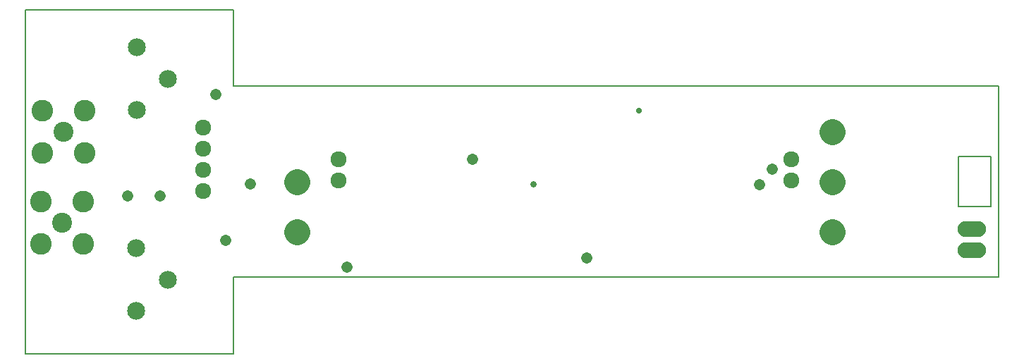
<source format=gbr>
G04 #@! TF.FileFunction,Soldermask,Top*
%FSLAX46Y46*%
G04 Gerber Fmt 4.6, Leading zero omitted, Abs format (unit mm)*
G04 Created by KiCad (PCBNEW 4.0.6) date 05/23/18 19:53:49*
%MOMM*%
%LPD*%
G01*
G04 APERTURE LIST*
%ADD10C,0.100000*%
%ADD11C,0.635000*%
%ADD12C,1.346200*%
%ADD13C,0.777010*%
%ADD14C,3.126990*%
%ADD15C,0.203200*%
%ADD16C,1.924000*%
%ADD17C,2.600000*%
%ADD18C,2.400000*%
%ADD19C,2.150000*%
%ADD20O,3.410000X1.910000*%
G04 APERTURE END LIST*
D10*
D11*
X73704700Y29164030D02*
X73704700Y29164030D01*
D12*
X12299950Y18949920D02*
X12299950Y18949920D01*
X16199870Y18949920D02*
X16199870Y18949920D01*
X24100030Y13549880D02*
X24100030Y13549880D01*
X22900130Y31150050D02*
X22900130Y31150050D01*
X53710080Y23360130D02*
X53710080Y23360130D01*
D13*
X61000130Y20400010D02*
X61000130Y20400010D01*
D12*
X27010110Y20360130D02*
X27010110Y20360130D01*
X67444620Y11487400D02*
X67444620Y11487400D01*
X38623750Y10348210D02*
X38623750Y10348210D01*
D14*
X32599880Y20649950D02*
X32599880Y20649950D01*
X96899980Y20649950D02*
X96899980Y20649950D01*
X96899980Y26649930D02*
X96899980Y26649930D01*
X96899980Y14649960D02*
X96899980Y14649960D01*
D12*
X89696040Y22130000D02*
X89696040Y22130000D01*
X88141050Y20278600D02*
X88141050Y20278600D01*
D14*
X32599880Y14649960D02*
X32599880Y14649960D01*
D15*
X112000030Y23649940D02*
X112000030Y17649950D01*
X112000030Y17649950D02*
X115940080Y17649950D01*
X115940080Y17649950D02*
X115940080Y23649940D01*
X115940080Y23649940D02*
X112000030Y23649940D01*
X0Y0D02*
X0Y41299890D01*
X0Y41299890D02*
X24999950Y41299890D01*
X24999950Y41299890D02*
X24999950Y32150050D01*
X24999950Y32150050D02*
X116899940Y32150050D01*
X116899940Y32150050D02*
X116899940Y9150100D01*
X116899940Y9150100D02*
X24999950Y9150100D01*
X24999950Y9150100D02*
X24999950Y0D01*
X24999950Y0D02*
X0Y0D01*
X112000030Y23649940D02*
X112000030Y17649950D01*
X112000030Y17649950D02*
X115940080Y17649950D01*
X115940080Y17649950D02*
X115940080Y23649940D01*
X115940080Y23649940D02*
X112000030Y23649940D01*
X0Y0D02*
X0Y41299890D01*
X0Y41299890D02*
X24999950Y41299890D01*
X24999950Y41299890D02*
X24999950Y32150050D01*
X24999950Y32150050D02*
X116899940Y32150050D01*
X116899940Y32150050D02*
X116899940Y9150100D01*
X116899940Y9150100D02*
X24999950Y9150100D01*
X24999950Y9150100D02*
X24999950Y0D01*
X24999950Y0D02*
X0Y0D01*
X112000030Y23649940D02*
X112000030Y17649950D01*
X112000030Y17649950D02*
X115940080Y17649950D01*
X115940080Y17649950D02*
X115940080Y23649940D01*
X115940080Y23649940D02*
X112000030Y23649940D01*
D16*
X21336000Y24638000D03*
X21336000Y27178000D03*
X21336000Y19558000D03*
X21336000Y22098000D03*
D17*
X2032000Y24130000D03*
X2032000Y29210000D03*
X7112000Y29210000D03*
X7112000Y24130000D03*
D18*
X4572000Y26670000D03*
D19*
X13395000Y36770000D03*
X13395000Y29270000D03*
X17145000Y33020000D03*
D17*
X1905000Y13208000D03*
X1905000Y18288000D03*
X6985000Y18288000D03*
X6985000Y13208000D03*
D18*
X4445000Y15748000D03*
D16*
X37592000Y20828000D03*
X37592000Y23368000D03*
D20*
X113665000Y12446000D03*
X113665000Y14986000D03*
D16*
X91948000Y20828000D03*
X91948000Y23368000D03*
D19*
X13335000Y12640000D03*
X13335000Y5140000D03*
X17085000Y8890000D03*
M02*

</source>
